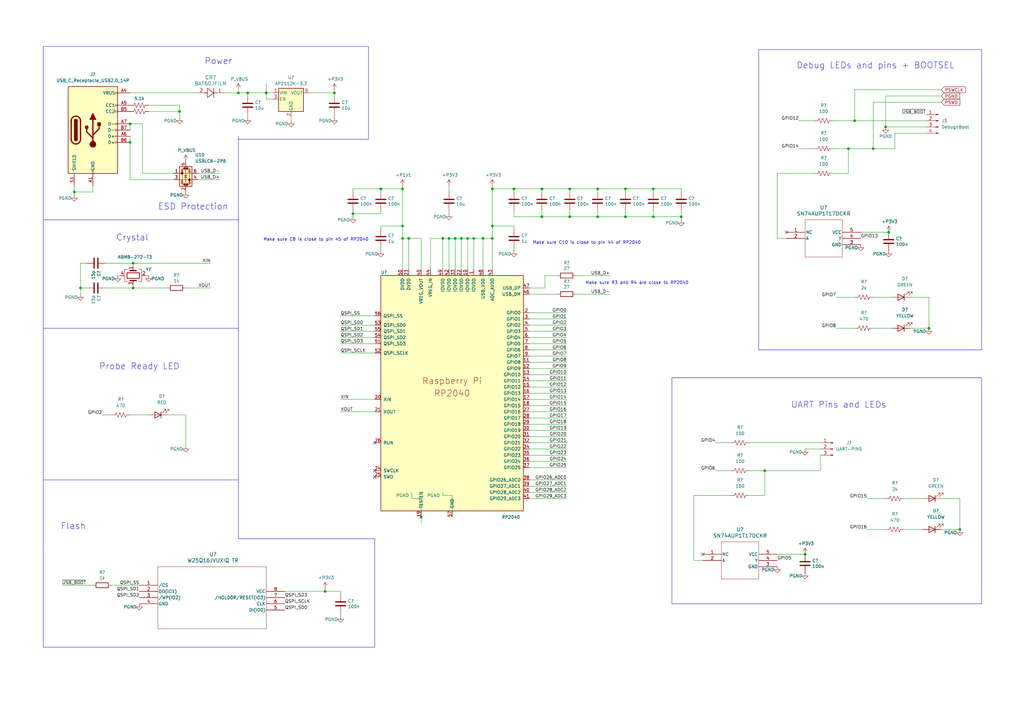
<source format=kicad_sch>
(kicad_sch (version 20231120) (generator "eeschema") (generator_version "8.0")
  (paper "A3")
  (title_block (title "Custom Debug Probe for DB-RP2350") (date "2025-02-01") (rev "2") (company "Author: Niraj Menon") (comment 1 "Based on Custom Design from Raspberry Pi Ltd"))
  (lib_symbols
    (symbol "BAT60JFILM:BAT60JFILM" (pin_names (offset 0.254))
      (property "Reference" "CR" (at 5.08 4.445 0))
      (property "Value" "BAT60JFILM" (at 5.08 -3.81 0))
      (symbol "BAT60JFILM_0_1"
        (pin unspecified line (at 10.16 0 180) (length 2.54) (name "") (number "1"))
        (pin unspecified line (at 0 0 0) (length 2.54) (name "") (number "2"))
      )
    )
    (symbol "Connector:Conn_01x03_Pin" (pin_names (offset 1.016) hide)
      (property "Reference" "J" (at 0 5.08 0))
      (property "Value" "Conn_01x03_Pin" (at 0 -5.08 0))
      (symbol "Conn_01x03_Pin_1_1"
        (pin passive line (at 5.08 2.54 180) (length 3.81) (name "Pin_1") (number "1"))
        (pin passive line (at 5.08 0 180) (length 3.81) (name "Pin_2") (number "2"))
        (pin passive line (at 5.08 -2.54 180) (length 3.81) (name "Pin_3") (number "3"))
      )
    )
    (symbol "Connector:Conn_01x04_Pin" (pin_names (offset 1.016) hide)
      (property "Reference" "J" (at 0 5.08 0))
      (property "Value" "Conn_01x04_Pin" (at 0 -7.62 0))
      (symbol "Conn_01x04_Pin_1_1"
        (pin passive line (at 5.08 2.54 180) (length 3.81) (name "Pin_1") (number "1"))
        (pin passive line (at 5.08 0 180) (length 3.81) (name "Pin_2") (number "2"))
        (pin passive line (at 5.08 -2.54 180) (length 3.81) (name "Pin_3") (number "3"))
        (pin passive line (at 5.08 -5.08 180) (length 3.81) (name "Pin_4") (number "4"))
      )
    )
    (symbol "Connector:USB_C_Receptacle_USB2.0_14P" (pin_names (offset 1.016))
      (property "Reference" "J" (at 0 22.225 0))
      (property "Value" "USB_C_Receptacle_USB2.0_14P" (at 0 19.685 0))
      (symbol "USB_C_Receptacle_USB2.0_14P_1_1"
        (pin passive line (at 0 -22.86 90) (length 5.08) (name "GND") (number "A1"))
        (pin passive line (at 0 -22.86 90) (length 5.08) hide (name "GND") (number "A12"))
        (pin passive line (at 15.24 15.24 180) (length 5.08) (name "VBUS") (number "A4"))
        (pin bidirectional line (at 15.24 10.16 180) (length 5.08) (name "CC1") (number "A5"))
        (pin bidirectional line (at 15.24 -2.54 180) (length 5.08) (name "D+") (number "A6"))
        (pin bidirectional line (at 15.24 2.54 180) (length 5.08) (name "D-") (number "A7"))
        (pin passive line (at 15.24 15.24 180) (length 5.08) hide (name "VBUS") (number "A9"))
        (pin passive line (at 0 -22.86 90) (length 5.08) hide (name "GND") (number "B1"))
        (pin passive line (at 0 -22.86 90) (length 5.08) hide (name "GND") (number "B12"))
        (pin passive line (at 15.24 15.24 180) (length 5.08) hide (name "VBUS") (number "B4"))
        (pin bidirectional line (at 15.24 7.62 180) (length 5.08) (name "CC2") (number "B5"))
        (pin bidirectional line (at 15.24 -5.08 180) (length 5.08) (name "D+") (number "B6"))
        (pin bidirectional line (at 15.24 0 180) (length 5.08) (name "D-") (number "B7"))
        (pin passive line (at 15.24 15.24 180) (length 5.08) hide (name "VBUS") (number "B9"))
        (pin passive line (at -7.62 -22.86 90) (length 5.08) (name "SHIELD") (number "S1"))
      )
    )
    (symbol "Device:C" (pin_numbers hide) (pin_names (offset 0.254))
      (property "Reference" "C" (at 0.635 2.54 0))
      (property "Value" "C" (at 0.635 -2.54 0))
      (symbol "C_1_1"
        (pin passive line (at 0 3.81 270) (length 2.794) (name "~") (number "1"))
        (pin passive line (at 0 -3.81 90) (length 2.794) (name "~") (number "2"))
      )
    )
    (symbol "Device:Crystal_GND24" (pin_names (offset 1.016) hide)
      (property "Reference" "Y" (at 3.175 5.08 0))
      (property "Value" "Crystal_GND24" (at 3.175 3.175 0))
      (symbol "Crystal_GND24_1_1"
        (pin passive line (at -3.81 0 0) (length 1.27) (name "1") (number "1"))
        (pin passive line (at 0 5.08 270) (length 1.27) (name "2") (number "2"))
        (pin passive line (at 3.81 0 180) (length 1.27) (name "3") (number "3"))
        (pin passive line (at 0 -5.08 90) (length 1.27) (name "4") (number "4"))
      )
    )
    (symbol "Device:LED" (pin_numbers hide) (pin_names (offset 1.016) hide)
      (property "Reference" "D" (at 0 2.54 0))
      (property "Value" "LED" (at 0 -2.54 0))
      (symbol "LED_1_1"
        (pin passive line (at -3.81 0 0) (length 2.54) (name "K") (number "1"))
        (pin passive line (at 3.81 0 180) (length 2.54) (name "A") (number "2"))
      )
    )
    (symbol "Device:R" (pin_numbers hide) (pin_names (offset 0))
      (property "Reference" "R" (at 2.032 0 90))
      (property "Value" "R" (at 0 0 90))
      (symbol "R_1_1"
        (pin passive line (at 0 3.81 270) (length 1.27) (name "~") (number "1"))
        (pin passive line (at 0 -3.81 90) (length 1.27) (name "~") (number "2"))
      )
    )
    (symbol "Device:R_US" (pin_numbers hide) (pin_names (offset 0))
      (property "Reference" "R" (at 2.54 0 90))
      (property "Value" "R_US" (at -2.54 0 90))
      (symbol "R_US_1_1"
        (pin passive line (at 0 3.81 270) (length 1.27) (name "~") (number "1"))
        (pin passive line (at 0 -3.81 90) (length 1.27) (name "~") (number "2"))
      )
    )
    (symbol "MCU_RaspberryPi_RP2040:RP2040" (pin_names (offset 1.016))
      (property "Reference" "U" (at -29.21 49.53 0))
      (property "Value" "RP2040" (at 24.13 -49.53 0))
      (symbol "RP2040_0_0"
        (text "Raspberry Pi" (at 0 5.08 0) (effects (font (size 2.54 2.54))))
        (text "RP2040" (at 0 0 0) (effects (font (size 2.54 2.54))))
      )
      (symbol "RP2040_1_1"
        (pin power_in line (at 8.89 50.8 270) (length 2.54) (name "IOVDD") (number "1"))
        (pin power_in line (at 6.35 50.8 270) (length 2.54) (name "IOVDD") (number "10"))
        (pin bidirectional line (at 31.75 12.7 180) (length 2.54) (name "GPIO8") (number "11"))
        (pin bidirectional line (at 31.75 10.16 180) (length 2.54) (name "GPIO9") (number "12"))
        (pin bidirectional line (at 31.75 7.62 180) (length 2.54) (name "GPIO10") (number "13"))
        (pin bidirectional line (at 31.75 5.08 180) (length 2.54) (name "GPIO11") (number "14"))
        (pin bidirectional line (at 31.75 2.54 180) (length 2.54) (name "GPIO12") (number "15"))
        (pin bidirectional line (at 31.75 0 180) (length 2.54) (name "GPIO13") (number "16"))
        (pin bidirectional line (at 31.75 -2.54 180) (length 2.54) (name "GPIO14") (number "17"))
        (pin bidirectional line (at 31.75 -5.08 180) (length 2.54) (name "GPIO15") (number "18"))
        (pin passive line (at -12.7 -50.8 90) (length 2.54) (name "TESTEN") (number "19"))
        (pin bidirectional line (at 31.75 33.02 180) (length 2.54) (name "GPIO0") (number "2"))
        (pin input line (at -31.75 -2.54 0) (length 2.54) (name "XIN") (number "20"))
        (pin passive line (at -31.75 -7.62 0) (length 2.54) (name "XOUT") (number "21"))
        (pin power_in line (at 3.81 50.8 270) (length 2.54) (name "IOVDD") (number "22"))
        (pin power_in line (at -17.78 50.8 270) (length 2.54) (name "DVDD") (number "23"))
        (pin output line (at -31.75 -31.75 0) (length 2.54) (name "SWCLK") (number "24"))
        (pin bidirectional line (at -31.75 -34.29 0) (length 2.54) (name "SWD") (number "25"))
        (pin input line (at -31.75 -20.32 0) (length 2.54) (name "RUN") (number "26"))
        (pin bidirectional line (at 31.75 -7.62 180) (length 2.54) (name "GPIO16") (number "27"))
        (pin bidirectional line (at 31.75 -10.16 180) (length 2.54) (name "GPIO17") (number "28"))
        (pin bidirectional line (at 31.75 -12.7 180) (length 2.54) (name "GPIO18") (number "29"))
        (pin bidirectional line (at 31.75 30.48 180) (length 2.54) (name "GPIO1") (number "3"))
        (pin bidirectional line (at 31.75 -15.24 180) (length 2.54) (name "GPIO19") (number "30"))
        (pin bidirectional line (at 31.75 -17.78 180) (length 2.54) (name "GPIO20") (number "31"))
        (pin bidirectional line (at 31.75 -20.32 180) (length 2.54) (name "GPIO21") (number "32"))
        (pin power_in line (at 1.27 50.8 270) (length 2.54) (name "IOVDD") (number "33"))
        (pin bidirectional line (at 31.75 -22.86 180) (length 2.54) (name "GPIO22") (number "34"))
        (pin bidirectional line (at 31.75 -25.4 180) (length 2.54) (name "GPIO23") (number "35"))
        (pin bidirectional line (at 31.75 -27.94 180) (length 2.54) (name "GPIO24") (number "36"))
        (pin bidirectional line (at 31.75 -30.48 180) (length 2.54) (name "GPIO25") (number "37"))
        (pin bidirectional line (at 31.75 -35.56 180) (length 2.54) (name "GPIO26_ADC0") (number "38"))
        (pin bidirectional line (at 31.75 -38.1 180) (length 2.54) (name "GPIO27_ADC1") (number "39"))
        (pin bidirectional line (at 31.75 27.94 180) (length 2.54) (name "GPIO2") (number "4"))
        (pin bidirectional line (at 31.75 -40.64 180) (length 2.54) (name "GPIO28_ADC2") (number "40"))
        (pin bidirectional line (at 31.75 -43.18 180) (length 2.54) (name "GPIO29_ADC3") (number "41"))
        (pin power_in line (at -1.27 50.8 270) (length 2.54) (name "IOVDD") (number "42"))
        (pin power_in line (at 16.51 50.8 270) (length 2.54) (name "ADC_AVDD") (number "43"))
        (pin power_in line (at -8.89 50.8 270) (length 2.54) (name "VREG_IN") (number "44"))
        (pin power_out line (at -12.7 50.8 270) (length 2.54) (name "VREG_VOUT") (number "45"))
        (pin bidirectional line (at 31.75 40.64 180) (length 2.54) (name "USB_DM") (number "46"))
        (pin bidirectional line (at 31.75 43.18 180) (length 2.54) (name "USB_DP") (number "47"))
        (pin power_in line (at 12.7 50.8 270) (length 2.54) (name "USB_VDD") (number "48"))
        (pin power_in line (at -3.81 50.8 270) (length 2.54) (name "IOVDD") (number "49"))
        (pin bidirectional line (at 31.75 25.4 180) (length 2.54) (name "GPIO3") (number "5"))
        (pin power_in line (at -20.32 50.8 270) (length 2.54) (name "DVDD") (number "50"))
        (pin bidirectional line (at -31.75 20.32 0) (length 2.54) (name "QSPI_SD3") (number "51"))
        (pin output line (at -31.75 16.51 0) (length 2.54) (name "QSPI_SCLK") (number "52"))
        (pin bidirectional line (at -31.75 27.94 0) (length 2.54) (name "QSPI_SD0") (number "53"))
        (pin bidirectional line (at -31.75 22.86 0) (length 2.54) (name "QSPI_SD2") (number "54"))
        (pin bidirectional line (at -31.75 25.4 0) (length 2.54) (name "QSPI_SD1") (number "55"))
        (pin bidirectional line (at -31.75 31.75 0) (length 2.54) (name "QSPI_SS") (number "56"))
        (pin power_in line (at 0 -50.8 90) (length 2.54) (name "GND") (number "57"))
        (pin bidirectional line (at 31.75 22.86 180) (length 2.54) (name "GPIO4") (number "6"))
        (pin bidirectional line (at 31.75 20.32 180) (length 2.54) (name "GPIO5") (number "7"))
        (pin bidirectional line (at 31.75 17.78 180) (length 2.54) (name "GPIO6") (number "8"))
        (pin bidirectional line (at 31.75 15.24 180) (length 2.54) (name "GPIO7") (number "9"))
      )
    )
    (symbol "Power_Protection:USBLC6-2P6" (pin_names hide)
      (property "Reference" "U" (at 0.635 5.715 0))
      (property "Value" "USBLC6-2P6" (at 0.635 3.81 0))
      (symbol "USBLC6-2P6_1_1"
        (pin passive line (at -5.08 0 0) (length 2.54) (name "I/O1") (number "1"))
        (pin passive line (at 0 -7.62 90) (length 2.54) (name "GND") (number "2"))
        (pin passive line (at -5.08 -2.54 0) (length 2.54) (name "I/O2") (number "3"))
        (pin passive line (at 5.08 -2.54 180) (length 2.54) (name "I/O2") (number "4"))
        (pin passive line (at 0 5.08 270) (length 2.54) (name "VBUS") (number "5"))
        (pin passive line (at 5.08 0 180) (length 2.54) (name "I/O1") (number "6"))
      )
    )
    (symbol "Regulator_Linear:AP2112K-3.3" (pin_names (offset 0.254))
      (property "Reference" "U" (at -5.08 5.715 0))
      (property "Value" "AP2112K-3.3" (at 0 5.715 0))
      (symbol "AP2112K-3.3_1_1"
        (pin power_in line (at -7.62 2.54 0) (length 2.54) (name "VIN") (number "1"))
        (pin power_in line (at 0 -7.62 90) (length 2.54) (name "GND") (number "2"))
        (pin input line (at -7.62 0 0) (length 2.54) (name "EN") (number "3"))
        (pin no_connect line (at 5.08 0 180) (length 2.54) hide (name "NC") (number "4"))
        (pin power_out line (at 7.62 2.54 180) (length 2.54) (name "VOUT") (number "5"))
      )
    )
    (symbol "SN74AUP1T17DCKR:SN74AUP1T17DCKR" (pin_names (offset 0.254))
      (property "Reference" "U" (at 0 12.7 0))
      (property "Value" "SN74AUP1T17DCKR" (at 0 10.16 0))
      (symbol "SN74AUP1T17DCKR_0_1"
        (pin unspecified line (at -15.24 2.54 0) (length 7.62) (name "NC") (number "1"))
        (pin input line (at -15.24 0 0) (length 7.62) (name "A") (number "2"))
        (pin power_in line (at 15.24 -2.54 180) (length 7.62) (name "GND") (number "3"))
        (pin output line (at 15.24 0 180) (length 7.62) (name "Y") (number "4"))
        (pin power_in line (at 15.24 2.54 180) (length 7.62) (name "VCC") (number "5"))
      )
    )
    (symbol "W25Q16JVUXIQ:W25Q16JVUXIQ_TR" (pin_names (offset 0.254))
      (property "Reference" "U6" (at 41.656 12.7 0))
      (property "Value" "W25Q16JVUXIQ TR" (at 41.656 10.16 0))
      (symbol "W25Q16JVUXIQ_TR_0_1"
        (pin unspecified line (at 11.43 0 0) (length 7.62) (name "/CS") (number "1"))
        (pin unspecified line (at 11.43 -2.54 0) (length 7.62) (name "DO(IO1)") (number "2"))
        (pin unspecified line (at 11.43 -5.08 0) (length 7.62) (name "/WP(IO2)") (number "3"))
        (pin unspecified line (at 11.43 -7.62 0) (length 7.62) (name "GND") (number "4"))
        (pin unspecified line (at 71.12 -10.16 180) (length 7.62) (name "DI(IO0)") (number "5"))
        (pin unspecified line (at 71.12 -7.62 180) (length 7.62) (name "CLK") (number "6"))
        (pin unspecified line (at 71.12 -5.08 180) (length 7.62) (name "/HOLDOR/RESET(IO3)") (number "7"))
        (pin unspecified line (at 71.12 -2.54 180) (length 7.62) (name "VCC") (number "8"))
      )
    )
    (symbol "power:+1V1" (power) (pin_names (offset 0))
      (property "Value" "+1V1" (at 0 3.556 0))
      (symbol "+1V1_1_1"
        (pin power_in line (at 0 0 90) (length 0) hide (name "+1V1") (number "1"))
      )
    )
    (symbol "power:+3V3" (power) (pin_names (offset 0))
      (property "Value" "+3V3" (at 0 3.556 0))
      (symbol "+3V3_1_1"
        (pin power_in line (at 0 0 90) (length 0) hide (name "+3V3") (number "1"))
      )
    )
    (symbol "power:GND" (power) (pin_names (offset 0))
      (property "Value" "GND" (at 0 -3.81 0))
      (symbol "GND_1_1"
        (pin power_in line (at 0 0 270) (length 0) hide (name "GND") (number "1"))
      )
    )
    (symbol "power:VBUS" (power) (pin_names (offset 0))
      (property "Value" "VBUS" (at 0 3.81 0))
      (symbol "VBUS_1_1"
        (pin power_in line (at 0 0 90) (length 0) hide (name "VBUS") (number "1"))
      )
    )
  )
  (junction (at 189.23 97.79))
  (junction (at 186.69 97.79))
  (junction (at 381 134.62))
  (junction (at 347.98 60.96))
  (junction (at 30.48 78.74))
  (junction (at 165.1 92.71))
  (junction (at 201.93 92.71))
  (junction (at 156.21 77.47))
  (junction (at 97.79 38.1))
  (junction (at 364.49 95.25))
  (junction (at 33.02 118.11))
  (junction (at 210.82 77.47))
  (junction (at 233.68 88.9))
  (junction (at 245.11 77.47))
  (junction (at 54.61 107.95))
  (junction (at 233.68 77.47))
  (junction (at 350.52 49.53))
  (junction (at 165.1 97.79))
  (junction (at 53.34 50.8))
  (junction (at 167.64 97.79))
  (junction (at 191.77 97.79))
  (junction (at 144.78 87.63))
  (junction (at 73.66 45.72))
  (junction (at 101.6 38.1))
  (junction (at 267.97 77.47))
  (junction (at 279.4 88.9))
  (junction (at 54.61 118.11))
  (junction (at 358.14 60.96))
  (junction (at 245.11 88.9))
  (junction (at 53.34 58.42))
  (junction (at 393.7 217.17))
  (junction (at 313.69 193.04))
  (junction (at 165.1 77.47))
  (junction (at 222.25 88.9))
  (junction (at 256.54 88.9))
  (junction (at 133.35 242.57))
  (junction (at 172.72 212.09))
  (junction (at 330.2 227.33))
  (junction (at 363.22 52.07))
  (junction (at 194.31 97.79))
  (junction (at 201.93 97.79))
  (junction (at 109.22 38.1))
  (junction (at 137.16 38.1))
  (junction (at 184.15 97.79))
  (junction (at 201.93 77.47))
  (junction (at 181.61 97.79))
  (junction (at 256.54 77.47))
  (junction (at 267.97 88.9))
  (junction (at 198.12 97.79))
  (junction (at 222.25 77.47))
  (no_connect (at 153.67 193.04))
  (no_connect (at 288.29 227.33))
  (no_connect (at 153.67 181.61))
  (no_connect (at 153.67 195.58))
  (no_connect (at 322.58 95.25))
  (wire (pts (xy 30.48 76.2) (xy 30.48 78.74)))
  (wire (pts (xy 165.1 97.79) (xy 165.1 110.49)))
  (wire (pts (xy 217.17 153.67) (xy 232.41 153.67)))
  (wire (pts (xy 81.28 73.66) (xy 90.17 73.66)))
  (wire (pts (xy 109.22 38.1) (xy 109.22 34.29)))
  (wire (pts (xy 53.34 58.42) (xy 53.34 73.66)))
  (wire (pts (xy 144.78 87.63) (xy 156.21 87.63)))
  (wire (pts (xy 172.72 212.09) (xy 172.72 204.47)))
  (wire (pts (xy 139.7 242.57) (xy 133.35 242.57)))
  (wire (pts (xy 223.52 113.03) (xy 223.52 118.11)))
  (wire (pts (xy 233.68 77.47) (xy 245.11 77.47)))
  (wire (pts (xy 358.14 121.92) (xy 365.76 121.92)))
  (wire (pts (xy 101.6 46.99) (xy 101.6 48.26)))
  (wire (pts (xy 194.31 97.79) (xy 198.12 97.79)))
  (wire (pts (xy 299.72 203.2) (xy 284.48 203.2)))
  (wire (pts (xy 73.66 43.18) (xy 60.96 43.18)))
  (wire (pts (xy 184.15 86.36) (xy 184.15 87.63)))
  (wire (pts (xy 73.66 45.72) (xy 73.66 43.18)))
  (wire (pts (xy 233.68 78.74) (xy 233.68 77.47)))
  (polyline (pts (xy 97.79 134.62) (xy 17.78 134.62)))
  (wire (pts (xy 165.1 76.2) (xy 165.1 77.47)))
  (wire (pts (xy 284.48 203.2) (xy 284.48 229.87)))
  (wire (pts (xy 217.17 166.37) (xy 232.41 166.37)))
  (wire (pts (xy 38.1 240.03) (xy 25.4 240.03)))
  (wire (pts (xy 119.38 48.26) (xy 119.38 49.53)))
  (wire (pts (xy 139.7 243.84) (xy 139.7 242.57)))
  (wire (pts (xy 217.17 191.77) (xy 232.41 191.77)))
  (wire (pts (xy 181.61 97.79) (xy 184.15 97.79)))
  (wire (pts (xy 30.48 78.74) (xy 30.48 80.01)))
  (wire (pts (xy 217.17 186.69) (xy 232.41 186.69)))
  (wire (pts (xy 38.1 78.74) (xy 30.48 78.74)))
  (wire (pts (xy 347.98 71.12) (xy 347.98 60.96)))
  (wire (pts (xy 217.17 120.65) (xy 228.6 120.65)))
  (wire (pts (xy 358.14 134.62) (xy 365.76 134.62)))
  (wire (pts (xy 342.9 121.92) (xy 350.52 121.92)))
  (polyline (pts (xy 97.79 92.71) (xy 97.79 55.88)))
  (wire (pts (xy 217.17 128.27) (xy 232.41 128.27)))
  (wire (pts (xy 91.44 38.1) (xy 97.79 38.1)))
  (polyline (pts (xy 97.79 57.15) (xy 151.13 57.15)))
  (wire (pts (xy 236.22 113.03) (xy 250.19 113.03)))
  (wire (pts (xy 172.72 110.49) (xy 172.72 97.79)))
  (wire (pts (xy 233.68 86.36) (xy 233.68 88.9)))
  (wire (pts (xy 217.17 133.35) (xy 232.41 133.35)))
  (wire (pts (xy 165.1 92.71) (xy 165.1 97.79)))
  (wire (pts (xy 381 134.62) (xy 381 121.92)))
  (wire (pts (xy 48.26 113.03) (xy 49.53 113.03)))
  (wire (pts (xy 307.34 203.2) (xy 313.69 203.2)))
  (wire (pts (xy 176.53 97.79) (xy 181.61 97.79)))
  (wire (pts (xy 144.78 77.47) (xy 156.21 77.47)))
  (wire (pts (xy 217.17 201.93) (xy 232.41 201.93)))
  (polyline (pts (xy 97.79 92.71) (xy 97.79 134.62)))
  (wire (pts (xy 38.1 76.2) (xy 38.1 78.74)))
  (wire (pts (xy 144.78 86.36) (xy 144.78 87.63)))
  (wire (pts (xy 59.69 113.03) (xy 60.96 113.03)))
  (wire (pts (xy 139.7 140.97) (xy 153.67 140.97)))
  (wire (pts (xy 109.22 38.1) (xy 101.6 38.1)))
  (wire (pts (xy 43.18 107.95) (xy 54.61 107.95)))
  (wire (pts (xy 327.66 60.96) (xy 334.01 60.96)))
  (polyline (pts (xy 17.78 226.06) (xy 17.78 265.43)))
  (wire (pts (xy 201.93 97.79) (xy 201.93 110.49)))
  (wire (pts (xy 156.21 77.47) (xy 165.1 77.47)))
  (wire (pts (xy 201.93 92.71) (xy 210.82 92.71)))
  (wire (pts (xy 186.69 110.49) (xy 186.69 97.79)))
  (wire (pts (xy 165.1 77.47) (xy 165.1 92.71)))
  (wire (pts (xy 307.34 193.04) (xy 313.69 193.04)))
  (wire (pts (xy 370.84 204.47) (xy 378.46 204.47)))
  (wire (pts (xy 198.12 97.79) (xy 201.93 97.79)))
  (wire (pts (xy 139.7 135.89) (xy 153.67 135.89)))
  (wire (pts (xy 256.54 78.74) (xy 256.54 77.47)))
  (wire (pts (xy 181.61 203.2) (xy 181.61 201.93)))
  (wire (pts (xy 184.15 97.79) (xy 186.69 97.79)))
  (wire (pts (xy 367.03 60.96) (xy 367.03 54.61)))
  (wire (pts (xy 350.52 49.53) (xy 379.73 49.53)))
  (wire (pts (xy 210.82 78.74) (xy 210.82 77.47)))
  (wire (pts (xy 293.37 193.04) (xy 299.72 193.04)))
  (wire (pts (xy 201.93 77.47) (xy 210.82 77.47)))
  (wire (pts (xy 194.31 97.79) (xy 194.31 110.49)))
  (wire (pts (xy 184.15 110.49) (xy 184.15 97.79)))
  (wire (pts (xy 139.7 251.46) (xy 139.7 252.73)))
  (wire (pts (xy 54.61 116.84) (xy 54.61 118.11)))
  (wire (pts (xy 33.02 118.11) (xy 33.02 120.65)))
  (wire (pts (xy 217.17 118.11) (xy 223.52 118.11)))
  (polyline (pts (xy 17.78 19.05) (xy 17.78 226.06)))
  (wire (pts (xy 58.42 50.8) (xy 53.34 50.8)))
  (wire (pts (xy 350.52 36.83) (xy 386.08 36.83)))
  (wire (pts (xy 350.52 36.83) (xy 350.52 49.53)))
  (wire (pts (xy 201.93 77.47) (xy 201.93 92.71)))
  (wire (pts (xy 153.67 168.91) (xy 139.7 168.91)))
  (wire (pts (xy 153.67 129.54) (xy 139.7 129.54)))
  (wire (pts (xy 97.79 38.1) (xy 101.6 38.1)))
  (wire (pts (xy 256.54 77.47) (xy 267.97 77.47)))
  (wire (pts (xy 279.4 86.36) (xy 279.4 88.9)))
  (wire (pts (xy 76.2 118.11) (xy 86.36 118.11)))
  (wire (pts (xy 363.22 52.07) (xy 379.73 52.07)))
  (wire (pts (xy 58.42 71.12) (xy 71.12 71.12)))
  (wire (pts (xy 53.34 58.42) (xy 53.34 55.88)))
  (polyline (pts (xy 17.78 265.43) (xy 153.67 265.43)))
  (wire (pts (xy 355.6 217.17) (xy 363.22 217.17)))
  (wire (pts (xy 76.2 170.18) (xy 68.58 170.18)))
  (wire (pts (xy 217.17 163.83) (xy 232.41 163.83)))
  (wire (pts (xy 217.17 143.51) (xy 232.41 143.51)))
  (wire (pts (xy 156.21 87.63) (xy 156.21 86.36)))
  (wire (pts (xy 222.25 78.74) (xy 222.25 77.47)))
  (wire (pts (xy 222.25 88.9) (xy 210.82 88.9)))
  (wire (pts (xy 217.17 196.85) (xy 232.41 196.85)))
  (wire (pts (xy 201.93 92.71) (xy 201.93 97.79)))
  (wire (pts (xy 201.93 76.2) (xy 201.93 77.47)))
  (wire (pts (xy 185.42 203.2) (xy 181.61 203.2)))
  (wire (pts (xy 109.22 38.1) (xy 109.22 40.64)))
  (wire (pts (xy 217.17 146.05) (xy 232.41 146.05)))
  (wire (pts (xy 156.21 93.98) (xy 156.21 92.71)))
  (wire (pts (xy 355.6 204.47) (xy 363.22 204.47)))
  (wire (pts (xy 222.25 77.47) (xy 233.68 77.47)))
  (wire (pts (xy 133.35 241.3) (xy 133.35 242.57)))
  (wire (pts (xy 330.2 184.15) (xy 336.55 184.15)))
  (wire (pts (xy 53.34 38.1) (xy 81.28 38.1)))
  (wire (pts (xy 217.17 204.47) (xy 232.41 204.47)))
  (wire (pts (xy 358.14 60.96) (xy 367.03 60.96)))
  (wire (pts (xy 172.72 204.47) (xy 168.91 204.47)))
  (wire (pts (xy 222.25 86.36) (xy 222.25 88.9)))
  (wire (pts (xy 167.64 110.49) (xy 167.64 97.79)))
  (wire (pts (xy 53.34 73.66) (xy 71.12 73.66)))
  (wire (pts (xy 116.84 242.57) (xy 133.35 242.57)))
  (wire (pts (xy 267.97 88.9) (xy 279.4 88.9)))
  (wire (pts (xy 137.16 46.99) (xy 137.16 48.26)))
  (wire (pts (xy 256.54 86.36) (xy 256.54 88.9)))
  (wire (pts (xy 53.34 50.8) (xy 53.34 53.34)))
  (wire (pts (xy 210.82 77.47) (xy 222.25 77.47)))
  (wire (pts (xy 210.82 101.6) (xy 210.82 102.87)))
  (wire (pts (xy 217.17 148.59) (xy 232.41 148.59)))
  (wire (pts (xy 191.77 110.49) (xy 191.77 97.79)))
  (wire (pts (xy 318.77 71.12) (xy 318.77 97.79)))
  (wire (pts (xy 43.18 118.11) (xy 54.61 118.11)))
  (wire (pts (xy 127 38.1) (xy 137.16 38.1)))
  (wire (pts (xy 35.56 118.11) (xy 33.02 118.11)))
  (wire (pts (xy 54.61 118.11) (xy 68.58 118.11)))
  (wire (pts (xy 318.77 97.79) (xy 322.58 97.79)))
  (polyline (pts (xy 97.79 196.85) (xy 17.78 196.85)))
  (wire (pts (xy 217.17 135.89) (xy 232.41 135.89)))
  (wire (pts (xy 279.4 78.74) (xy 279.4 77.47)))
  (wire (pts (xy 186.69 97.79) (xy 189.23 97.79)))
  (wire (pts (xy 279.4 88.9) (xy 279.4 90.17)))
  (wire (pts (xy 184.15 76.2) (xy 184.15 78.74)))
  (wire (pts (xy 217.17 173.99) (xy 232.41 173.99)))
  (wire (pts (xy 293.37 181.61) (xy 299.72 181.61)))
  (wire (pts (xy 153.67 144.78) (xy 139.7 144.78)))
  (wire (pts (xy 358.14 41.91) (xy 358.14 60.96)))
  (wire (pts (xy 341.63 49.53) (xy 350.52 49.53)))
  (wire (pts (xy 156.21 92.71) (xy 165.1 92.71)))
  (wire (pts (xy 217.17 171.45) (xy 232.41 171.45)))
  (wire (pts (xy 233.68 88.9) (xy 222.25 88.9)))
  (wire (pts (xy 363.22 39.37) (xy 363.22 52.07)))
  (wire (pts (xy 210.82 86.36) (xy 210.82 88.9)))
  (wire (pts (xy 172.72 212.09) (xy 172.72 214.63)))
  (wire (pts (xy 217.17 176.53) (xy 232.41 176.53)))
  (wire (pts (xy 318.77 227.33) (xy 330.2 227.33)))
  (wire (pts (xy 53.34 170.18) (xy 60.96 170.18)))
  (wire (pts (xy 35.56 107.95) (xy 33.02 107.95)))
  (wire (pts (xy 217.17 156.21) (xy 232.41 156.21)))
  (wire (pts (xy 217.17 181.61) (xy 232.41 181.61)))
  (wire (pts (xy 313.69 193.04) (xy 336.55 193.04)))
  (wire (pts (xy 341.63 60.96) (xy 347.98 60.96)))
  (wire (pts (xy 60.96 45.72) (xy 73.66 45.72)))
  (wire (pts (xy 342.9 134.62) (xy 350.52 134.62)))
  (wire (pts (xy 167.64 97.79) (xy 165.1 97.79)))
  (wire (pts (xy 168.91 204.47) (xy 168.91 201.93)))
  (wire (pts (xy 236.22 120.65) (xy 250.19 120.65)))
  (wire (pts (xy 73.66 48.26) (xy 73.66 45.72)))
  (wire (pts (xy 101.6 39.37) (xy 101.6 38.1)))
  (wire (pts (xy 111.76 40.64) (xy 109.22 40.64)))
  (wire (pts (xy 217.17 161.29) (xy 232.41 161.29)))
  (wire (pts (xy 267.97 88.9) (xy 256.54 88.9)))
  (wire (pts (xy 33.02 107.95) (xy 33.02 118.11)))
  (wire (pts (xy 334.01 71.12) (xy 318.77 71.12)))
  (wire (pts (xy 284.48 229.87) (xy 288.29 229.87)))
  (wire (pts (xy 97.79 36.83) (xy 97.79 38.1)))
  (wire (pts (xy 373.38 134.62) (xy 381 134.62)))
  (wire (pts (xy 54.61 109.22) (xy 54.61 107.95)))
  (wire (pts (xy 139.7 133.35) (xy 153.67 133.35)))
  (wire (pts (xy 137.16 38.1) (xy 137.16 36.83)))
  (wire (pts (xy 189.23 97.79) (xy 191.77 97.79)))
  (wire (pts (xy 217.17 151.13) (xy 232.41 151.13)))
  (wire (pts (xy 45.72 240.03) (xy 57.15 240.03)))
  (wire (pts (xy 217.17 168.91) (xy 232.41 168.91)))
  (wire (pts (xy 144.78 78.74) (xy 144.78 77.47)))
  (wire (pts (xy 223.52 113.03) (xy 228.6 113.03)))
  (wire (pts (xy 144.78 87.63) (xy 144.78 88.9)))
  (wire (pts (xy 267.97 86.36) (xy 267.97 88.9)))
  (wire (pts (xy 313.69 203.2) (xy 313.69 193.04)))
  (wire (pts (xy 139.7 163.83) (xy 153.67 163.83)))
  (wire (pts (xy 217.17 158.75) (xy 232.41 158.75)))
  (wire (pts (xy 245.11 77.47) (xy 256.54 77.47)))
  (wire (pts (xy 210.82 93.98) (xy 210.82 92.71)))
  (polyline (pts (xy 97.79 90.17) (xy 17.78 90.17)))
  (wire (pts (xy 370.84 217.17) (xy 378.46 217.17)))
  (wire (pts (xy 139.7 138.43) (xy 153.67 138.43)))
  (wire (pts (xy 367.03 54.61) (xy 379.73 54.61)))
  (wire (pts (xy 58.42 71.12) (xy 58.42 50.8)))
  (wire (pts (xy 41.91 170.18) (xy 45.72 170.18)))
  (wire (pts (xy 393.7 204.47) (xy 386.08 204.47)))
  (wire (pts (xy 217.17 140.97) (xy 232.41 140.97)))
  (wire (pts (xy 217.17 184.15) (xy 232.41 184.15)))
  (wire (pts (xy 217.17 130.81) (xy 232.41 130.81)))
  (wire (pts (xy 245.11 88.9) (xy 233.68 88.9)))
  (polyline (pts (xy 153.67 265.43) (xy 153.67 220.98)))
  (wire (pts (xy 256.54 88.9) (xy 245.11 88.9)))
  (wire (pts (xy 363.22 39.37) (xy 386.08 39.37)))
  (wire (pts (xy 81.28 71.12) (xy 90.17 71.12)))
  (wire (pts (xy 327.66 49.53) (xy 334.01 49.53)))
  (wire (pts (xy 191.77 97.79) (xy 194.31 97.79)))
  (wire (pts (xy 181.61 110.49) (xy 181.61 97.79)))
  (wire (pts (xy 381 121.92) (xy 373.38 121.92)))
  (wire (pts (xy 336.55 193.04) (xy 336.55 186.69)))
  (wire (pts (xy 137.16 39.37) (xy 137.16 38.1)))
  (wire (pts (xy 386.08 217.17) (xy 393.7 217.17)))
  (wire (pts (xy 353.06 95.25) (xy 364.49 95.25)))
  (polyline (pts (xy 151.13 57.15) (xy 151.13 19.05)))
  (wire (pts (xy 189.23 110.49) (xy 189.23 97.79)))
  (wire (pts (xy 156.21 78.74) (xy 156.21 77.47)))
  (wire (pts (xy 172.72 97.79) (xy 167.64 97.79)))
  (wire (pts (xy 358.14 41.91) (xy 386.08 41.91)))
  (wire (pts (xy 267.97 77.47) (xy 279.4 77.47)))
  (wire (pts (xy 267.97 78.74) (xy 267.97 77.47)))
  (wire (pts (xy 245.11 86.36) (xy 245.11 88.9)))
  (wire (pts (xy 217.17 179.07) (xy 232.41 179.07)))
  (wire (pts (xy 217.17 189.23) (xy 232.41 189.23)))
  (wire (pts (xy 198.12 110.49) (xy 198.12 97.79)))
  (wire (pts (xy 185.42 212.09) (xy 185.42 203.2)))
  (wire (pts (xy 347.98 60.96) (xy 358.14 60.96)))
  (wire (pts (xy 245.11 78.74) (xy 245.11 77.47)))
  (wire (pts (xy 111.76 38.1) (xy 109.22 38.1)))
  (wire (pts (xy 176.53 110.49) (xy 176.53 97.79)))
  (wire (pts (xy 156.21 101.6) (xy 156.21 102.87)))
  (polyline (pts (xy 17.78 19.05) (xy 151.13 19.05)))
  (polyline (pts (xy 97.79 220.98) (xy 97.79 134.62)))
  (wire (pts (xy 341.63 71.12) (xy 347.98 71.12)))
  (wire (pts (xy 76.2 182.88) (xy 76.2 170.18)))
  (wire (pts (xy 217.17 199.39) (xy 232.41 199.39)))
  (wire (pts (xy 217.17 138.43) (xy 232.41 138.43)))
  (wire (pts (xy 393.7 217.17) (xy 393.7 204.47)))
  (polyline (pts (xy 153.67 220.98) (xy 97.79 220.98)))
  (wire (pts (xy 307.34 181.61) (xy 336.55 181.61)))
  (wire (pts (xy 54.61 107.95) (xy 86.36 107.95)))
  (rectangle (start 311.15 20.32) (end 402.59 143.51))
  (rectangle (start 275.59 154.94) (end 402.59 247.65))
  (text "ESD Protection" (at 64.77 86.36 0) (effects (font (size 2.54 2.54)) (justify left bottom)))
  (text "Probe Ready LED" (at 40.64 151.892 0) (effects (font (size 2.54 2.54)) (justify left bottom)))
  (text "Crystal" (at 47.625 99.06 0) (effects (font (size 2.54 2.54)) (justify left bottom)))
  (text "Power" (at 83.82 26.67 0) (effects (font (size 2.54 2.54)) (justify left bottom)))
  (text "Make sure C8 is close to pin 45 of RP2040" (at 107.95 99.06 0) (effects (font (size 1.27 1.27)) (justify left bottom)))
  (text "Make sure C10 is close to pin 44 of RP2040" (at 218.44 100.33 0) (effects (font (size 1.27 1.27)) (justify left bottom)))
  (text "UART Pins and LEDs" (at 324.358 167.64 0) (effects (font (size 2.54 2.54)) (justify left bottom)))
  (text "Debug LEDs and pins + BOOTSEL" (at 326.644 28.448 0) (effects (font (size 2.54 2.54)) (justify left bottom)))
  (text "Make sure R3 and R4 are close to RP2040" (at 240.03 116.84 0) (effects (font (size 1.27 1.27)) (justify left bottom)))
  (text "Flash" (at 24.892 217.424 0) (effects (font (size 2.54 2.54)) (justify left bottom)))
  (label "XOUT" (at 86.36 118.11 180))
  (label "GPIO16" (at 355.6 217.17 180))
  (label "GPIO12" (at 327.66 49.53 180))
  (label "~{USB_BOOT}" (at 25.4 240.03 0))
  (label "GPIO7" (at 342.9 121.92 180))
  (label "QSPI_SD2" (at 139.7 138.43 0))
  (label "USB_D-" (at 250.19 120.65 180))
  (label "GPIO4" (at 232.41 138.43 180))
  (label "GPIO5" (at 318.77 229.87 0))
  (label "XOUT" (at 139.7 168.91 0))
  (label "QSPI_SD0" (at 116.84 250.19 0))
  (label "GPIO29_ADC3" (at 232.41 204.47 180))
  (label "QSPI_SD1" (at 139.7 135.89 0))
  (label "GPIO13" (at 232.41 161.29 180))
  (label "GPIO6" (at 232.41 143.51 180))
  (label "USB_D+" (at 250.19 113.03 180))
  (label "GPIO6" (at 293.37 193.04 180))
  (label "GPIO20" (at 232.41 179.07 180))
  (label "QSPI_SD3" (at 139.7 140.97 0))
  (label "QSPI_SD1" (at 57.15 242.57 180))
  (label "GPIO15" (at 355.6 204.47 180))
  (label "GPIO4" (at 293.37 181.61 180))
  (label "GPIO18" (at 232.41 173.99 180))
  (label "GPIO25" (at 232.41 191.77 180))
  (label "GPIO0" (at 232.41 128.27 180))
  (label "~{USB_BOOT}" (at 379.73 46.99 180))
  (label "GPIO13" (at 353.06 97.79 0))
  (label "QSPI_SCLK" (at 116.84 247.65 0))
  (label "GPIO21" (at 232.41 181.61 180))
  (label "GPIO11" (at 232.41 156.21 180))
  (label "GPIO27_ADC1" (at 232.41 199.39 180))
  (label "GPIO1" (at 232.41 130.81 180))
  (label "XIN" (at 86.36 107.95 180))
  (label "QSPI_SD2" (at 57.15 245.11 180))
  (label "GPIO8" (at 342.9 134.62 180))
  (label "GPIO14" (at 232.41 163.83 180))
  (label "GPIO3" (at 232.41 135.89 180))
  (label "GPIO10" (at 232.41 153.67 180))
  (label "QSPI_SD3" (at 116.84 245.11 0))
  (label "GPIO14" (at 327.66 60.96 180))
  (label "GPIO23" (at 232.41 186.69 180))
  (label "USB_D-" (at 90.17 71.12 180))
  (label "QSPI_SCLK" (at 139.7 144.78 0))
  (label "QSPI_SD0" (at 139.7 133.35 0))
  (label "GPIO17" (at 232.41 171.45 180))
  (label "GPIO2" (at 232.41 133.35 180))
  (label "GPIO9" (at 232.41 151.13 180))
  (label "GPIO15" (at 232.41 166.37 180))
  (label "GPIO12" (at 232.41 158.75 180))
  (label "GPIO24" (at 232.41 189.23 180))
  (label "GPIO5" (at 232.41 140.97 180))
  (label "GPIO22" (at 232.41 184.15 180))
  (label "GPIO19" (at 232.41 176.53 180))
  (label "QSPI_SS" (at 139.7 129.54 0))
  (label "USB_D+" (at 90.17 73.66 180))
  (label "GPIO26_ADC0" (at 232.41 196.85 180))
  (label "GPIO28_ADC2" (at 232.41 201.93 180))
  (label "GPIO16" (at 232.41 168.91 180))
  (label "GPIO8" (at 232.41 148.59 180))
  (label "XIN" (at 139.7 163.83 0))
  (label "GPIO2" (at 41.91 170.18 180))
  (label "GPIO7" (at 232.41 146.05 180))
  (label "QSPI_SS" (at 57.15 240.03 180))
  (global_label "PSWCLK" (shape input) (at 386.08 36.83 0) (property "Intersheetrefs" "${INTERSHEET_REFS}" (effects (hide yes))))
  (global_label "PSWD" (shape input) (at 386.08 41.91 0) (property "Intersheetrefs" "${INTERSHEET_REFS}" (effects (hide yes))))
  (global_label "PGND" (shape input) (at 386.08 39.37 0) (property "Intersheetrefs" "${INTERSHEET_REFS}" (effects (hide yes))))
  (symbol (lib_id "MCU_RaspberryPi_RP2040:RP2040") (at 185.42 161.29 0) (unit 1)
    (property "Reference" "U?" (at 157.48 111.76 0))
    (property "Value" "RP2040" (at 209.55 212.09 0))
    (property "Footprint" "DebugProbe:RP2040-QFN-56" (effects (hide yes)))
  )
  (symbol (lib_id "power:+1V1") (at 165.1 76.2 0) (unit 1)
    (property "Reference" "#PWR?" (effects (hide yes)))
    (property "Value" "+P1V1" (at 165.481 71.8058 0))
  )
  (symbol (lib_id "Device:C") (at 279.4 82.55 0) (unit 1)
    (property "Reference" "C?" (at 282.321 81.3816 0) (effects (justify left)))
    (property "Value" "100n" (at 282.321 83.693 0) (effects (justify left)))
    (property "Footprint" "Capacitor_SMD:C_0402_1005Metric" (effects (hide yes)))
  )
  (symbol (lib_id "Device:C") (at 144.78 82.55 0) (unit 1)
    (property "Reference" "C?" (at 147.701 81.3816 0) (effects (justify left)))
    (property "Value" "100n" (at 147.701 83.693 0) (effects (justify left)))
    (property "Footprint" "Capacitor_SMD:C_0402_1005Metric" (effects (hide yes)))
  )
  (symbol (lib_id "Device:C") (at 156.21 82.55 0) (unit 1)
    (property "Reference" "C?" (at 159.131 81.3816 0) (effects (justify left)))
    (property "Value" "100n" (at 159.131 83.693 0) (effects (justify left)))
    (property "Footprint" "Capacitor_SMD:C_0402_1005Metric" (effects (hide yes)))
  )
  (symbol (lib_id "Device:C") (at 156.21 97.79 0) (unit 1)
    (property "Reference" "C?" (at 159.131 96.6216 0) (effects (justify left)))
    (property "Value" "1u" (at 159.131 98.933 0) (effects (justify left)))
    (property "Footprint" "Capacitor_SMD:C_0402_1005Metric" (effects (hide yes)))
  )
  (symbol (lib_id "Device:C") (at 210.82 97.79 0) (unit 1)
    (property "Reference" "C?" (at 213.741 96.6216 0) (effects (justify left)))
    (property "Value" "1u" (at 213.741 98.933 0) (effects (justify left)))
    (property "Footprint" "Capacitor_SMD:C_0402_1005Metric" (effects (hide yes)))
  )
  (symbol (lib_id "Connector:Conn_01x03_Pin") (at 341.63 184.15 0) (mirror y) (unit 1)
    (property "Reference" "J?" (at 348.234 181.61 0))
    (property "Value" "UART-PINS" (at 348.234 184.15 0))
    (property "Footprint" "Connector_PinHeader_2.54mm:PinHeader_1x03_P2.54mm_Vertical" (effects (hide yes)))
    (property "Description" "Generic connector, single row, 01x03, script generated" (effects (hide yes)))
  )
  (symbol (lib_id "Device:R_US") (at 354.33 121.92 90) (unit 1)
    (property "Reference" "R?" (at 354.33 115.57 90))
    (property "Value" "2k" (at 354.33 118.11 90))
    (property "Footprint" "Resistor_SMD:R_0402_1005Metric" (effects (hide yes)))
    (property "Description" "Resistor, US symbol" (effects (hide yes)))
  )
  (symbol (lib_id "Device:R_US") (at 49.53 170.18 90) (unit 1)
    (property "Reference" "R?" (at 49.53 163.83 90))
    (property "Value" "470" (at 49.53 166.37 90))
    (property "Footprint" "Resistor_SMD:R_0402_1005Metric" (effects (hide yes)))
    (property "Description" "Resistor, US symbol" (effects (hide yes)))
  )
  (symbol (lib_id "Device:C") (at 256.54 82.55 0) (unit 1)
    (property "Reference" "C?" (at 259.461 81.3816 0) (effects (justify left)))
    (property "Value" "100n" (at 259.461 83.693 0) (effects (justify left)))
    (property "Footprint" "Capacitor_SMD:C_0402_1005Metric" (effects (hide yes)))
  )
  (symbol (lib_id "power:+3V3") (at 364.49 95.25 0) (unit 1)
    (property "Reference" "#PWR?" (effects (hide yes)))
    (property "Value" "+P3V3" (at 364.871 90.8558 0))
  )
  (symbol (lib_id "Device:R_US") (at 337.82 49.53 90) (unit 1)
    (property "Reference" "R?" (at 337.82 43.18 90))
    (property "Value" "100" (at 337.82 45.72 90))
    (property "Footprint" "Resistor_SMD:R_0402_1005Metric" (effects (hide yes)))
    (property "Description" "Resistor, US symbol" (effects (hide yes)))
  )
  (symbol (lib_id "power:GND") (at 119.38 49.53 0) (unit 1)
    (property "Reference" "#PWR010" (effects (hide yes)))
    (property "Value" "PGND" (at 115.57 50.8 0))
  )
  (symbol (lib_id "Device:C") (at 267.97 82.55 0) (unit 1)
    (property "Reference" "C?" (at 270.891 81.3816 0) (effects (justify left)))
    (property "Value" "100n" (at 270.891 83.693 0) (effects (justify left)))
    (property "Footprint" "Capacitor_SMD:C_0402_1005Metric" (effects (hide yes)))
  )
  (symbol (lib_id "power:GND") (at 60.96 113.03 0) (unit 1)
    (property "Reference" "#PWR034" (effects (hide yes)))
    (property "Value" "PGND" (at 64.77 114.3 0))
  )
  (symbol (lib_id "power:GND") (at 76.2 78.74 0) (unit 1)
    (property "Reference" "#PWR07" (effects (hide yes)))
    (property "Value" "PGND" (at 72.39 80.01 0))
  )
  (symbol (lib_id "Device:R_US") (at 303.53 181.61 90) (unit 1)
    (property "Reference" "R?" (at 303.53 175.26 90))
    (property "Value" "100" (at 303.53 177.8 90))
    (property "Footprint" "Resistor_SMD:R_0402_1005Metric" (effects (hide yes)))
    (property "Description" "Resistor, US symbol" (effects (hide yes)))
  )
  (symbol (lib_id "power:GND") (at 330.2 234.95 0) (unit 1)
    (property "Reference" "#PWR020" (effects (hide yes)))
    (property "Value" "PGND" (at 326.39 236.22 0))
  )
  (symbol (lib_id "Device:C") (at 222.25 82.55 0) (unit 1)
    (property "Reference" "C?" (at 225.171 81.3816 0) (effects (justify left)))
    (property "Value" "100n" (at 225.171 83.693 0) (effects (justify left)))
    (property "Footprint" "Capacitor_SMD:C_0402_1005Metric" (effects (hide yes)))
  )
  (symbol (lib_id "power:GND") (at 330.2 184.15 0) (unit 1)
    (property "Reference" "#PWR022" (effects (hide yes)))
    (property "Value" "PGND" (at 326.39 185.42 0))
  )
  (symbol (lib_id "power:GND") (at 137.16 48.26 0) (unit 1)
    (property "Reference" "#PWR011" (effects (hide yes)))
    (property "Value" "PGND" (at 133.35 49.53 0))
  )
  (symbol (lib_id "Device:R_US") (at 337.82 60.96 90) (unit 1)
    (property "Reference" "R?" (at 337.82 54.61 90))
    (property "Value" "100" (at 337.82 57.15 90))
    (property "Footprint" "Resistor_SMD:R_0402_1005Metric" (effects (hide yes)))
    (property "Description" "Resistor, US symbol" (effects (hide yes)))
  )
  (symbol (lib_id "power:GND") (at 168.91 201.93 0) (unit 1)
    (property "Reference" "#PWR029" (effects (hide yes)))
    (property "Value" "PGND" (at 165.1 203.2 0))
  )
  (symbol (lib_id "power:GND") (at 393.7 217.17 0) (unit 1)
    (property "Reference" "#PWR018" (effects (hide yes)))
    (property "Value" "PGND" (at 389.89 218.44 0))
  )
  (symbol (lib_id "power:GND") (at 181.61 201.93 0) (unit 1)
    (property "Reference" "#PWR030" (effects (hide yes)))
    (property "Value" "PGND" (at 177.8 203.2 0))
  )
  (symbol (lib_id "power:GND") (at 381 134.62 0) (unit 1)
    (property "Reference" "#PWR021" (effects (hide yes)))
    (property "Value" "PGND" (at 377.19 135.89 0))
  )
  (symbol (lib_id "Device:R") (at 232.41 120.65 270) (unit 1)
    (property "Reference" "R?" (at 232.41 115.3922 90))
    (property "Value" "27" (at 232.41 117.7036 90))
    (property "Footprint" "Resistor_SMD:R_0402_1005Metric" (effects (hide yes)))
  )
  (symbol (lib_id "power:GND") (at 318.77 232.41 0) (unit 1)
    (property "Reference" "#PWR019" (effects (hide yes)))
    (property "Value" "PGND" (at 314.96 233.68 0))
  )
  (symbol (lib_id "Device:Crystal_GND24") (at 54.61 113.03 270) (unit 1)
    (property "Reference" "Y?" (at 59.69 110.49 90) (effects (justify left)))
    (property "Value" "ABM8-272-T3" (at 48.26 105.41 90) (effects (justify left)))
    (property "Footprint" "Crystal:Crystal_SMD_3225-4Pin_3.2x2.5mm" (effects (hide yes)))
  )
  (symbol (lib_id "power:GND") (at 353.06 100.33 0) (unit 1)
    (property "Reference" "#PWR031" (effects (hide yes)))
    (property "Value" "PGND" (at 349.25 101.6 0))
  )
  (symbol (lib_id "Device:R_US") (at 354.33 134.62 90) (unit 1)
    (property "Reference" "R?" (at 354.33 128.27 90))
    (property "Value" "470" (at 354.33 130.81 90))
    (property "Footprint" "Resistor_SMD:R_0402_1005Metric" (effects (hide yes)))
    (property "Description" "Resistor, US symbol" (effects (hide yes)))
  )
  (symbol (lib_id "power:+3V3") (at 133.35 241.3 0) (unit 1)
    (property "Reference" "#PWR?" (effects (hide yes)))
    (property "Value" "+P3V3" (at 133.731 236.9058 0))
  )
  (symbol (lib_id "Device:R_US") (at 337.82 71.12 90) (unit 1)
    (property "Reference" "R?" (at 337.82 64.77 90))
    (property "Value" "100" (at 337.82 67.31 90))
    (property "Footprint" "Resistor_SMD:R_0402_1005Metric" (effects (hide yes)))
    (property "Description" "Resistor, US symbol" (effects (hide yes)))
  )
  (symbol (lib_id "Device:C") (at 364.49 99.06 0) (unit 1)
    (property "Reference" "C?" (at 367.411 97.8916 0) (effects (justify left)))
    (property "Value" "100n" (at 367.411 100.203 0) (effects (justify left)))
    (property "Footprint" "Capacitor_SMD:C_0402_1005Metric" (effects (hide yes)))
  )
  (symbol (lib_id "Device:R_US") (at 57.15 43.18 90) (unit 1)
    (property "Reference" "R?" (effects (hide yes)))
    (property "Value" "5.1k" (at 57.15 40.386 90))
    (property "Footprint" "Resistor_SMD:R_0402_1005Metric" (effects (hide yes)))
    (property "Description" "Resistor, US symbol" (effects (hide yes)))
  )
  (symbol (lib_id "power:GND") (at 48.26 113.03 0) (unit 1)
    (property "Reference" "#PWR012" (effects (hide yes)))
    (property "Value" "PGND" (at 44.45 114.3 0))
  )
  (symbol (lib_id "Device:C") (at 39.37 107.95 270) (unit 1)
    (property "Reference" "C?" (at 40.5384 110.871 0) (effects (justify left)))
    (property "Value" "15p" (at 38.227 110.871 0) (effects (justify left)))
    (property "Footprint" "Capacitor_SMD:C_0402_1005Metric" (effects (hide yes)))
  )
  (symbol (lib_id "power:VBUS") (at 76.2 66.04 0) (unit 1)
    (property "Reference" "#PWR04" (effects (hide yes)))
    (property "Value" "P_VBUS" (at 76.581 61.6458 0))
  )
  (symbol (lib_id "Device:LED") (at 64.77 170.18 180) (unit 1)
    (property "Reference" "D?" (at 66.3575 162.56 0))
    (property "Value" "RED" (at 66.3575 165.1 0))
    (property "Footprint" "Diode_SMD:D_0402_1005Metric" (effects (hide yes)))
    (property "Description" "Light emitting diode" (effects (hide yes)))
  )
  (symbol (lib_id "Regulator_Linear:AP2112K-3.3") (at 119.38 40.64 0) (unit 1)
    (property "Reference" "U?" (at 119.38 31.75 0))
    (property "Value" "AP2112K-3.3" (at 119.38 34.29 0))
    (property "Footprint" "Package_TO_SOT_SMD:SOT-23-5" (effects (hide yes)))
    (property "Datasheet" "https://www.diodes.com/assets/Datasheets/AP2112.pdf" (effects (hide yes)))
    (property "Description" "600mA low dropout linear regulator, with enable pin, 3.8V-6V input voltage range, 3.3V fixed positive output, SOT-23-5" (effects (hide yes)))
  )
  (symbol (lib_id "Device:R_US") (at 303.53 203.2 90) (unit 1)
    (property "Reference" "R?" (at 303.53 196.85 90))
    (property "Value" "100" (at 303.53 199.39 90))
    (property "Footprint" "Resistor_SMD:R_0402_1005Metric" (effects (hide yes)))
    (property "Description" "Resistor, US symbol" (effects (hide yes)))
  )
  (symbol (lib_id "power:GND") (at 279.4 90.17 0) (unit 1)
    (property "Reference" "#PWR024" (effects (hide yes)))
    (property "Value" "PGND" (at 275.59 91.44 0))
  )
  (symbol (lib_id "power:+3V3") (at 137.16 36.83 0) (unit 1)
    (property "Reference" "#PWR?" (effects (hide yes)))
    (property "Value" "+P3V3" (at 137.541 32.4358 0))
  )
  (symbol (lib_id "power:GND") (at 30.48 80.01 0) (unit 1)
    (property "Reference" "#PWR033" (effects (hide yes)))
    (property "Value" "PGND" (at 26.67 81.28 0))
  )
  (symbol (lib_id "power:GND") (at 364.49 102.87 0) (unit 1)
    (property "Reference" "#PWR032" (effects (hide yes)))
    (property "Value" "PGND" (at 360.68 104.14 0))
  )
  (symbol (lib_id "Device:C") (at 137.16 43.18 0) (unit 1)
    (property "Reference" "C?" (at 140.081 42.0116 0) (effects (justify left)))
    (property "Value" "10u" (at 140.081 44.323 0) (effects (justify left)))
    (property "Footprint" "Capacitor_SMD:C_0603_1608Metric" (effects (hide yes)))
  )
  (symbol (lib_id "Device:LED") (at 382.27 204.47 180) (unit 1)
    (property "Reference" "D?" (at 383.8575 196.85 0))
    (property "Value" "GREEN" (at 383.8575 199.39 0))
    (property "Footprint" "Diode_SMD:D_0402_1005Metric" (effects (hide yes)))
    (property "Description" "Light emitting diode" (effects (hide yes)))
  )
  (symbol (lib_id "power:+3V3") (at 330.2 227.33 0) (unit 1)
    (property "Reference" "#PWR?" (effects (hide yes)))
    (property "Value" "+P3V3" (at 330.581 222.9358 0))
  )
  (symbol (lib_id "Device:R_US") (at 57.15 45.72 90) (unit 1)
    (property "Reference" "R?" (effects (hide yes)))
    (property "Value" "5.1k" (effects (hide yes)))
    (property "Footprint" "Resistor_SMD:R_0402_1005Metric" (effects (hide yes)))
    (property "Description" "Resistor, US symbol" (effects (hide yes)))
  )
  (symbol (lib_id "SN74AUP1T17DCKR:SN74AUP1T17DCKR") (at 303.53 229.87 0) (unit 1)
    (property "Reference" "U?" (at 303.53 217.17 0) (effects (font (size 1.524 1.524))))
    (property "Value" "SN74AUP1T17DCKR" (at 303.53 219.71 0) (effects (font (size 1.524 1.524))))
    (property "Footprint" "SN74AUP1T17DCKR:DCK5" (effects (hide yes)))
    (property "Datasheet" "SN74AUP1T17DCKR" (effects (hide yes)))
  )
  (symbol (lib_id "Device:C") (at 101.6 43.18 0) (unit 1)
    (property "Reference" "C?" (at 104.521 42.0116 0) (effects (justify left)))
    (property "Value" "10u" (at 104.521 44.323 0) (effects (justify left)))
    (property "Footprint" "Capacitor_SMD:C_0805_2012Metric" (effects (hide yes)))
  )
  (symbol (lib_id "Power_Protection:USBLC6-2P6") (at 76.2 71.12 0) (unit 1)
    (property "Reference" "U10" (at 80.01 63.5 0) (effects (justify left)))
    (property "Value" "USBLC6-2P6" (at 80.01 66.04 0) (effects (justify left)))
    (property "Footprint" "Package_TO_SOT_SMD:SOT-666" (effects (hide yes)))
    (property "Datasheet" "https://www.st.com/resource/en/datasheet/usblc6-2.pdf" (effects (hide yes)))
    (property "Description" "Very low capacitance ESD protection diode, 2 data-line, SOT-666" (effects (hide yes)))
  )
  (symbol (lib_id "Device:LED") (at 369.57 134.62 180) (unit 1)
    (property "Reference" "D?" (at 371.1575 127 0))
    (property "Value" "YELLOW" (at 371.1575 129.54 0))
    (property "Footprint" "Diode_SMD:D_0402_1005Metric" (effects (hide yes)))
    (property "Description" "Light emitting diode" (effects (hide yes)))
  )
  (symbol (lib_id "power:GND") (at 76.2 182.88 0) (unit 1)
    (property "Reference" "#PWR017" (effects (hide yes)))
    (property "Value" "PGND" (at 72.39 184.15 0))
  )
  (symbol (lib_id "Device:R") (at 72.39 118.11 270) (unit 1)
    (property "Reference" "R?" (at 72.39 112.8522 90))
    (property "Value" "1k" (at 72.39 115.1636 90))
    (property "Footprint" "Resistor_SMD:R_0402_1005Metric" (effects (hide yes)))
  )
  (symbol (lib_id "Device:R_US") (at 367.03 217.17 90) (unit 1)
    (property "Reference" "R?" (at 367.03 210.82 90))
    (property "Value" "470" (at 367.03 213.36 90))
    (property "Footprint" "Resistor_SMD:R_0402_1005Metric" (effects (hide yes)))
    (property "Description" "Resistor, US symbol" (effects (hide yes)))
  )
  (symbol (lib_id "Device:C") (at 245.11 82.55 0) (unit 1)
    (property "Reference" "C?" (at 248.031 81.3816 0) (effects (justify left)))
    (property "Value" "100n" (at 248.031 83.693 0) (effects (justify left)))
    (property "Footprint" "Capacitor_SMD:C_0402_1005Metric" (effects (hide yes)))
  )
  (symbol (lib_id "power:GND") (at 144.78 88.9 0) (unit 1)
    (property "Reference" "#PWR025" (effects (hide yes)))
    (property "Value" "PGND" (at 140.97 90.17 0))
  )
  (symbol (lib_id "Connector:Conn_01x04_Pin") (at 384.81 49.53 0) (mirror y) (unit 1)
    (property "Reference" "J3" (at 386.08 49.5299 0) (effects (justify right)))
    (property "Value" "DebugnBoot" (at 386.08 52.0699 0) (effects (justify right)))
    (property "Footprint" "Connector_PinHeader_2.54mm:PinHeader_1x04_P2.54mm_Vertical" (effects (hide yes)))
    (property "Description" "Generic connector, single row, 01x04, script generated" (effects (hide yes)))
  )
  (symbol (lib_id "BAT60JFILM:BAT60JFILM") (at 81.28 38.1 0) (unit 1)
    (property "Reference" "CR?" (at 86.36 31.75 0) (effects (font (size 1.524 1.524))))
    (property "Value" "BAT60JFILM" (at 86.36 34.29 0) (effects (font (size 1.524 1.524))))
    (property "Footprint" "BAT60JFILM:CR_60JFILM_STM" (effects (hide yes)))
    (property "Datasheet" "BAT60JFILM" (effects (hide yes)))
  )
  (symbol (lib_id "power:GND") (at 57.15 247.65 0) (unit 1)
    (property "Reference" "#PWR015" (effects (hide yes)))
    (property "Value" "PGND" (at 53.34 248.92 0))
  )
  (symbol (lib_id "Device:R") (at 41.91 240.03 270) (unit 1)
    (property "Reference" "R?" (at 41.91 234.7722 90))
    (property "Value" "1k" (at 41.91 237.0836 90))
    (property "Footprint" "Resistor_SMD:R_0402_1005Metric" (effects (hide yes)))
  )
  (symbol (lib_id "power:GND") (at 156.21 102.87 0) (unit 1)
    (property "Reference" "#PWR026" (effects (hide yes)))
    (property "Value" "PGND" (at 152.4 104.14 0))
  )
  (symbol (lib_id "SN74AUP1T17DCKR:SN74AUP1T17DCKR") (at 337.82 97.79 0) (unit 1)
    (property "Reference" "U?" (at 337.82 85.09 0) (effects (font (size 1.524 1.524))))
    (property "Value" "SN74AUP1T17DCKR" (at 337.82 87.63 0) (effects (font (size 1.524 1.524))))
    (property "Footprint" "SN74AUP1T17DCKR:DCK5" (effects (hide yes)))
    (property "Datasheet" "SN74AUP1T17DCKR" (effects (hide yes)))
  )
  (symbol (lib_id "W25Q16JVUXIQ:W25Q16JVUXIQ_TR") (at 45.72 240.03 0) (unit 1)
    (property "Reference" "U?" (at 87.376 227.33 0) (effects (font (size 1.524 1.524))))
    (property "Value" "W25Q16JVUXIQ TR" (at 87.376 229.87 0) (effects (font (size 1.524 1.524))))
    (property "Footprint" "W25Q16JVUXIQ:USON-8_UX_2x3x0p6_WIN" (effects (hide yes)))
    (property "Datasheet" "W25Q16JVUXIQ TR" (effects (hide yes)))
  )
  (symbol (lib_id "power:GND") (at 184.15 87.63 0) (unit 1)
    (property "Reference" "#PWR028" (effects (hide yes)))
    (property "Value" "PGND" (at 180.34 88.9 0))
  )
  (symbol (lib_id "Device:C") (at 330.2 231.14 0) (unit 1)
    (property "Reference" "C?" (at 333.121 229.9716 0) (effects (justify left)))
    (property "Value" "100n" (at 333.121 232.283 0) (effects (justify left)))
    (property "Footprint" "Capacitor_SMD:C_0402_1005Metric" (effects (hide yes)))
  )
  (symbol (lib_id "Device:C") (at 184.15 82.55 0) (unit 1)
    (property "Reference" "C?" (at 187.071 81.3816 0) (effects (justify left)))
    (property "Value" "10u" (at 187.071 83.693 0) (effects (justify left)))
    (property "Footprint" "Capacitor_SMD:C_0603_1608Metric" (effects (hide yes)))
  )
  (symbol (lib_id "power:+3V3") (at 184.15 76.2 0) (unit 1)
    (property "Reference" "#PWR?" (effects (hide yes)))
    (property "Value" "+P3V3" (at 184.531 71.8058 0))
  )
  (symbol (lib_id "power:GND") (at 101.6 48.26 0) (unit 1)
    (property "Reference" "#PWR09" (effects (hide yes)))
    (property "Value" "PGND" (at 97.79 49.53 0))
  )
  (symbol (lib_id "power:GND") (at 139.7 252.73 0) (unit 1)
    (property "Reference" "#PWR016" (effects (hide yes)))
    (property "Value" "PGND" (at 135.89 254 0))
  )
  (symbol (lib_id "Device:C") (at 39.37 118.11 270) (unit 1)
    (property "Reference" "C?" (at 40.5384 121.031 0) (effects (justify left)))
    (property "Value" "15p" (at 38.227 121.031 0) (effects (justify left)))
    (property "Footprint" "Capacitor_SMD:C_0402_1005Metric" (effects (hide yes)))
  )
  (symbol (lib_id "Connector:USB_C_Receptacle_USB2.0_14P") (at 38.1 53.34 0) (unit 1)
    (property "Reference" "J?" (at 38.1 30.48 0))
    (property "Value" "USB_C_Receptacle_USB2.0_14P" (at 38.1 33.02 0))
    (property "Footprint" "Connector_USB:USB_C_Receptacle_G-Switch_GT-USB-7010ASV" (effects (hide yes)))
    (property "Datasheet" "https://www.usb.org/sites/default/files/documents/usb_type-c.zip" (effects (hide yes)))
    (property "Description" "USB 2.0-only 14P Type-C Receptacle connector" (effects (hide yes)))
  )
  (symbol (lib_id "Device:R_US") (at 303.53 193.04 90) (unit 1)
    (property "Reference" "R?" (at 303.53 186.69 90))
    (property "Value" "100" (at 303.53 189.23 90))
    (property "Footprint" "Resistor_SMD:R_0402_1005Metric" (effects (hide yes)))
    (property "Description" "Resistor, US symbol" (effects (hide yes)))
  )
  (symbol (lib_id "Device:R") (at 232.41 113.03 270) (unit 1)
    (property "Reference" "R?" (at 232.41 107.7722 90))
    (property "Value" "27" (at 232.41 110.0836 90))
    (property "Footprint" "Resistor_SMD:R_0402_1005Metric" (effects (hide yes)))
  )
  (symbol (lib_id "Device:C") (at 233.68 82.55 0) (unit 1)
    (property "Reference" "C?" (at 236.601 81.3816 0) (effects (justify left)))
    (property "Value" "100n" (at 236.601 83.693 0) (effects (justify left)))
    (property "Footprint" "Capacitor_SMD:C_0402_1005Metric" (effects (hide yes)))
  )
  (symbol (lib_id "power:+3V3") (at 201.93 76.2 0) (unit 1)
    (property "Reference" "#PWR?" (effects (hide yes)))
    (property "Value" "+P3V3" (at 202.311 71.8058 0))
  )
  (symbol (lib_id "Device:C") (at 139.7 247.65 0) (unit 1)
    (property "Reference" "C?" (at 142.621 246.4816 0) (effects (justify left)))
    (property "Value" "100n" (at 142.621 248.793 0) (effects (justify left)))
    (property "Footprint" "Capacitor_SMD:C_0402_1005Metric" (effects (hide yes)))
  )
  (symbol (lib_id "power:GND") (at 210.82 102.87 0) (unit 1)
    (property "Reference" "#PWR027" (effects (hide yes)))
    (property "Value" "PGND" (at 207.01 104.14 0))
  )
  (symbol (lib_id "power:GND") (at 73.66 48.26 0) (unit 1)
    (property "Reference" "#PWR08" (effects (hide yes)))
    (property "Value" "PGND" (at 69.85 49.53 0))
  )
  (symbol (lib_id "Device:LED") (at 369.57 121.92 180) (unit 1)
    (property "Reference" "D?" (at 371.1575 114.3 0))
    (property "Value" "GREEN" (at 371.1575 116.84 0))
    (property "Footprint" "Diode_SMD:D_0402_1005Metric" (effects (hide yes)))
    (property "Description" "Light emitting diode" (effects (hide yes)))
  )
  (symbol (lib_id "power:GND") (at 33.02 120.65 0) (unit 1)
    (property "Reference" "#PWR013" (effects (hide yes)))
    (property "Value" "PGND" (at 29.21 121.92 0))
  )
  (symbol (lib_id "Device:R_US") (at 367.03 204.47 90) (unit 1)
    (property "Reference" "R?" (at 367.03 198.12 90))
    (property "Value" "2k" (at 367.03 200.66 90))
    (property "Footprint" "Resistor_SMD:R_0402_1005Metric" (effects (hide yes)))
    (property "Description" "Resistor, US symbol" (effects (hide yes)))
  )
  (symbol (lib_id "Device:C") (at 210.82 82.55 0) (unit 1)
    (property "Reference" "C?" (at 213.741 81.3816 0) (effects (justify left)))
    (property "Value" "100n" (at 213.741 83.693 0) (effects (justify left)))
    (property "Footprint" "Capacitor_SMD:C_0402_1005Metric" (effects (hide yes)))
  )
  (symbol (lib_id "power:VBUS") (at 97.79 36.83 0) (unit 1)
    (property "Reference" "#PWR?" (effects (hide yes)))
    (property "Value" "P_VBUS" (at 98.171 32.4358 0))
  )
  (symbol (lib_id "power:GND") (at 363.22 52.07 0) (unit 1)
    (property "Reference" "#PWR023" (effects (hide yes)))
    (property "Value" "PGND" (at 363.22 55.88 0))
  )
  (symbol (lib_id "Device:LED") (at 382.27 217.17 180) (unit 1)
    (property "Reference" "D?" (at 383.8575 209.55 0))
    (property "Value" "YELLOW" (at 383.8575 212.09 0))
    (property "Footprint" "Diode_SMD:D_0402_1005Metric" (effects (hide yes)))
    (property "Description" "Light emitting diode" (effects (hide yes)))
  )
)
</source>
